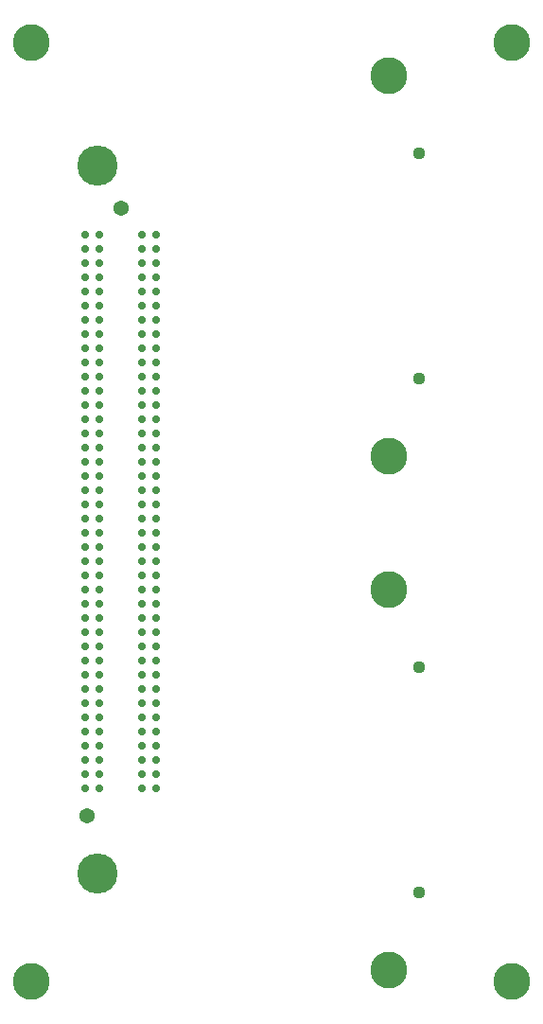
<source format=gbr>
%TF.GenerationSoftware,Altium Limited,Altium Designer,21.5.1 (32)*%
G04 Layer_Color=8388736*
%FSLAX45Y45*%
%MOMM*%
%TF.SameCoordinates,51D5493F-A844-4614-94AE-4B196E198A34*%
%TF.FilePolarity,Negative*%
%TF.FileFunction,Soldermask,Bot*%
%TF.Part,Single*%
G01*
G75*
%TA.AperFunction,SMDPad,CuDef*%
G04:AMPARAMS|DCode=36|XSize=0.74008mm|YSize=0.74008mm|CornerRadius=0.37004mm|HoleSize=0mm|Usage=FLASHONLY|Rotation=90.000|XOffset=0mm|YOffset=0mm|HoleType=Round|Shape=RoundedRectangle|*
%AMROUNDEDRECTD36*
21,1,0.74008,0.00000,0,0,90.0*
21,1,0.00000,0.74008,0,0,90.0*
1,1,0.74008,0.00000,0.00000*
1,1,0.74008,0.00000,0.00000*
1,1,0.74008,0.00000,0.00000*
1,1,0.74008,0.00000,0.00000*
%
%ADD36ROUNDEDRECTD36*%
%TA.AperFunction,WasherPad*%
%ADD37C,3.60000*%
%TA.AperFunction,ComponentPad*%
%ADD38C,1.37000*%
%ADD39C,3.29989*%
%ADD40C,1.12006*%
%ADD41C,3.30000*%
D36*
X1009500Y2123500D02*
D03*
X882500D02*
D03*
X1009500Y2250500D02*
D03*
X882500D02*
D03*
X1009500Y2377500D02*
D03*
X882500D02*
D03*
X1009500Y2504500D02*
D03*
X882500D02*
D03*
X1009500Y2631500D02*
D03*
X882500D02*
D03*
X1009500Y2758500D02*
D03*
X882500D02*
D03*
X1009500Y2885500D02*
D03*
X882500D02*
D03*
X1009500Y3012500D02*
D03*
X882500D02*
D03*
X1009500Y3139500D02*
D03*
X882500D02*
D03*
X1009500Y3266500D02*
D03*
X882500D02*
D03*
X1009500Y3393500D02*
D03*
X882500D02*
D03*
X1009500Y3520500D02*
D03*
X882500D02*
D03*
X1009500Y3647500D02*
D03*
X882500D02*
D03*
X1009500Y3774500D02*
D03*
X882500D02*
D03*
X1009500Y3901500D02*
D03*
X882500D02*
D03*
X1009500Y4028500D02*
D03*
X882500D02*
D03*
X1009500Y4155500D02*
D03*
X882500D02*
D03*
X1009500Y4282500D02*
D03*
X882500D02*
D03*
X1009500Y4409500D02*
D03*
X882500D02*
D03*
X1009500Y4536500D02*
D03*
X882500D02*
D03*
X1009500Y4663500D02*
D03*
X882500D02*
D03*
X1009500Y4790500D02*
D03*
X882500D02*
D03*
X1009500Y4917500D02*
D03*
X882500D02*
D03*
X1009500Y5044500D02*
D03*
X882500D02*
D03*
X1009500Y5171500D02*
D03*
X882500D02*
D03*
X1009500Y5298500D02*
D03*
X882500D02*
D03*
X1009500Y5425500D02*
D03*
X882500D02*
D03*
X1009500Y5552500D02*
D03*
X882500D02*
D03*
X1009500Y5679500D02*
D03*
X882500D02*
D03*
X1009500Y5806500D02*
D03*
X882500D02*
D03*
X1009500Y5933500D02*
D03*
X882500D02*
D03*
X1009500Y6060500D02*
D03*
X882500D02*
D03*
X1009500Y6187500D02*
D03*
X882500D02*
D03*
X1009500Y6314500D02*
D03*
X882500D02*
D03*
X1009500Y6441500D02*
D03*
X882500D02*
D03*
X1009500Y6568500D02*
D03*
X882500D02*
D03*
X1009500Y6695500D02*
D03*
X882500D02*
D03*
X1009500Y6822500D02*
D03*
X882500D02*
D03*
X1009500Y6949500D02*
D03*
X882500D02*
D03*
X1009500Y7076500D02*
D03*
X882500D02*
D03*
X1390500Y2123500D02*
D03*
Y2250500D02*
D03*
Y2377500D02*
D03*
Y2504500D02*
D03*
Y2631500D02*
D03*
Y2758500D02*
D03*
Y2885500D02*
D03*
Y3012500D02*
D03*
Y3139500D02*
D03*
Y3266500D02*
D03*
Y3393500D02*
D03*
Y3520500D02*
D03*
Y3647500D02*
D03*
Y3774500D02*
D03*
Y3901500D02*
D03*
Y4028500D02*
D03*
Y4155500D02*
D03*
Y4282500D02*
D03*
Y4409500D02*
D03*
Y4536500D02*
D03*
Y4663500D02*
D03*
Y4790500D02*
D03*
Y4917500D02*
D03*
Y5044500D02*
D03*
Y5171500D02*
D03*
Y5298500D02*
D03*
Y5425500D02*
D03*
Y5552500D02*
D03*
Y5679500D02*
D03*
Y5806500D02*
D03*
Y5933500D02*
D03*
Y6060500D02*
D03*
Y6187500D02*
D03*
Y6314500D02*
D03*
Y6441500D02*
D03*
Y6568500D02*
D03*
Y6695500D02*
D03*
Y6822500D02*
D03*
Y6949500D02*
D03*
Y7076500D02*
D03*
X1517500Y2123500D02*
D03*
Y2250500D02*
D03*
Y2377500D02*
D03*
Y2504500D02*
D03*
Y2631500D02*
D03*
Y2758500D02*
D03*
Y2885500D02*
D03*
Y3012500D02*
D03*
Y3139500D02*
D03*
Y3266500D02*
D03*
Y3393500D02*
D03*
Y3520500D02*
D03*
Y3647500D02*
D03*
Y3774500D02*
D03*
Y3901500D02*
D03*
Y4028500D02*
D03*
Y4155500D02*
D03*
Y4282500D02*
D03*
Y4409500D02*
D03*
Y4536500D02*
D03*
Y4663500D02*
D03*
Y4790500D02*
D03*
Y4917500D02*
D03*
Y5044500D02*
D03*
Y5171500D02*
D03*
Y5298500D02*
D03*
Y5425500D02*
D03*
Y5552500D02*
D03*
Y5679500D02*
D03*
Y5806500D02*
D03*
Y5933500D02*
D03*
Y6060500D02*
D03*
Y6187500D02*
D03*
Y6314500D02*
D03*
Y6441500D02*
D03*
Y6568500D02*
D03*
Y6695500D02*
D03*
Y6822500D02*
D03*
Y6949500D02*
D03*
Y7076500D02*
D03*
D37*
X990000Y7698000D02*
D03*
Y1362000D02*
D03*
D38*
X1200000Y7319070D02*
D03*
X895200Y1880930D02*
D03*
D39*
X3600000Y500000D02*
D03*
Y3900000D02*
D03*
X3600000Y8500000D02*
D03*
Y5100000D02*
D03*
D40*
X3866497Y3206500D02*
D03*
Y1193500D02*
D03*
X3866497Y5793500D02*
D03*
Y7806501D02*
D03*
D41*
X400000Y400000D02*
D03*
Y8800000D02*
D03*
X4700000D02*
D03*
Y400000D02*
D03*
%TF.MD5,43f54cf7021f844fc6cda687906b757e*%
M02*

</source>
